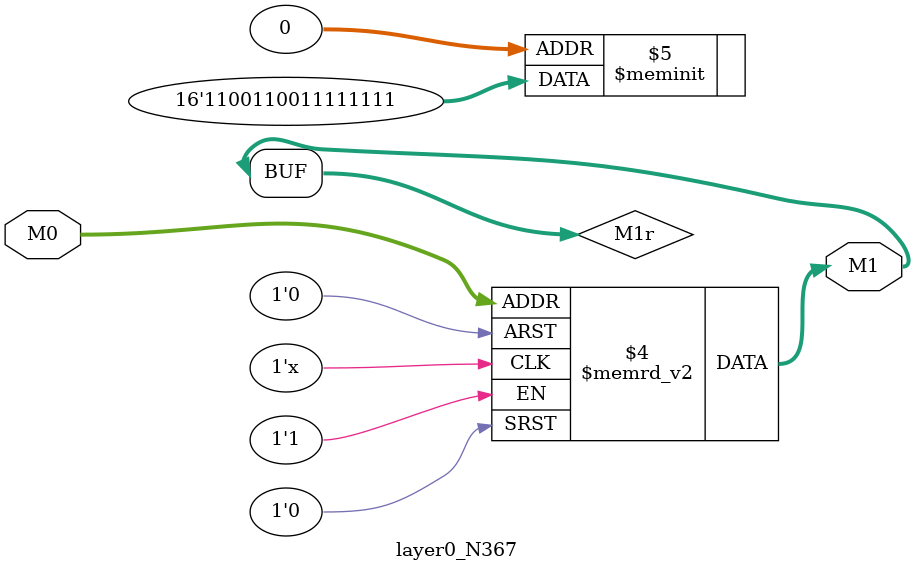
<source format=v>
module layer0_N367 ( input [2:0] M0, output [1:0] M1 );

	(*rom_style = "distributed" *) reg [1:0] M1r;
	assign M1 = M1r;
	always @ (M0) begin
		case (M0)
			3'b000: M1r = 2'b11;
			3'b100: M1r = 2'b00;
			3'b010: M1r = 2'b11;
			3'b110: M1r = 2'b00;
			3'b001: M1r = 2'b11;
			3'b101: M1r = 2'b11;
			3'b011: M1r = 2'b11;
			3'b111: M1r = 2'b11;

		endcase
	end
endmodule

</source>
